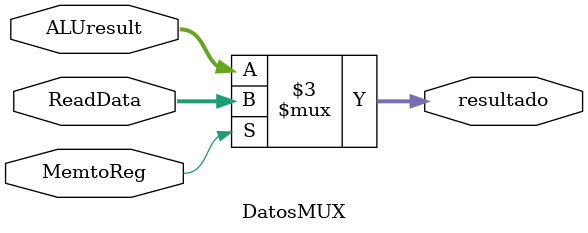
<source format=v>
`timescale 1ns / 1ps
module DatosMUX(
			input [31:0] ALUresult, ReadData,
			input MemtoReg,
			output reg [31:0] resultado
    );

always @*
	begin
		if(MemtoReg)
			resultado = ReadData;
		else
			resultado = ALUresult;
	end


endmodule

</source>
